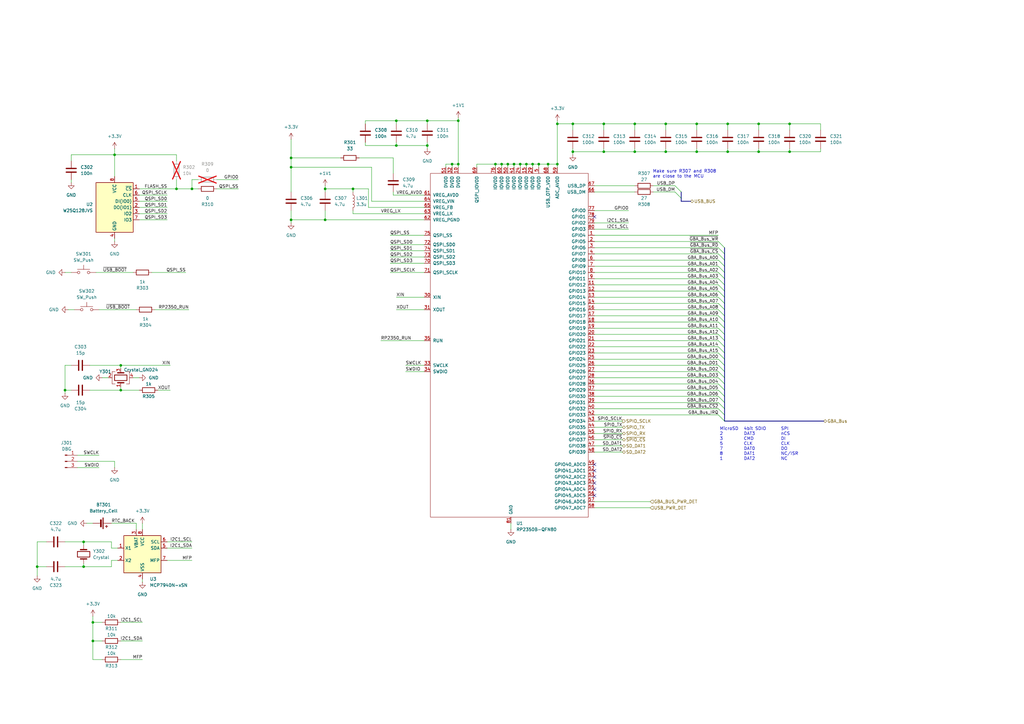
<source format=kicad_sch>
(kicad_sch (version 20231120) (generator "eeschema") (generator_version "8.0")
  (paper "A3")
  (lib_symbols
    (symbol "Connector:Conn_01x03_Pin" (pin_names (offset 1.016) hide)
      (property "Reference" "J" (at 0 5.08 0))
      (property "Value" "Conn_01x03_Pin" (at 0 -5.08 0))
      (symbol "Conn_01x03_Pin_1_1"
        (pin passive line (at 5.08 2.54 180) (length 3.81) (name "Pin_1") (number "1"))
        (pin passive line (at 5.08 0 180) (length 3.81) (name "Pin_2") (number "2"))
        (pin passive line (at 5.08 -2.54 180) (length 3.81) (name "Pin_3") (number "3"))
      )
    )
    (symbol "Device:Battery_Cell" (pin_numbers hide) (pin_names (offset 0) hide)
      (property "Reference" "BT" (at 2.54 2.54 0))
      (property "Value" "Battery_Cell" (at 2.54 0 0))
      (symbol "Battery_Cell_1_1"
        (pin passive line (at 0 5.08 270) (length 2.54) (name "+") (number "1"))
        (pin passive line (at 0 -2.54 90) (length 2.54) (name "-") (number "2"))
      )
    )
    (symbol "Device:C" (pin_numbers hide) (pin_names (offset 0.254))
      (property "Reference" "C" (at 0.635 2.54 0))
      (property "Value" "C" (at 0.635 -2.54 0))
      (symbol "C_1_1"
        (pin passive line (at 0 3.81 270) (length 2.794) (name "~") (number "1"))
        (pin passive line (at 0 -3.81 90) (length 2.794) (name "~") (number "2"))
      )
    )
    (symbol "Device:Crystal" (pin_numbers hide) (pin_names (offset 1.016) hide)
      (property "Reference" "Y" (at 0 3.81 0))
      (property "Value" "Crystal" (at 0 -3.81 0))
      (symbol "Crystal_1_1"
        (pin passive line (at -3.81 0 0) (length 1.27) (name "1") (number "1"))
        (pin passive line (at 3.81 0 180) (length 1.27) (name "2") (number "2"))
      )
    )
    (symbol "Device:Crystal_GND24" (pin_names (offset 1.016) hide)
      (property "Reference" "Y" (at 3.175 5.08 0))
      (property "Value" "Crystal_GND24" (at 3.175 3.175 0))
      (symbol "Crystal_GND24_1_1"
        (pin passive line (at -3.81 0 0) (length 1.27) (name "1") (number "1"))
        (pin passive line (at 0 5.08 270) (length 1.27) (name "2") (number "2"))
        (pin passive line (at 3.81 0 180) (length 1.27) (name "3") (number "3"))
        (pin passive line (at 0 -5.08 90) (length 1.27) (name "4") (number "4"))
      )
    )
    (symbol "Device:L" (pin_numbers hide) (pin_names (offset 1.016) hide)
      (property "Reference" "L" (at -1.27 0 90))
      (property "Value" "L" (at 1.905 0 90))
      (symbol "L_1_1"
        (pin passive line (at 0 3.81 270) (length 1.27) (name "1") (number "1"))
        (pin passive line (at 0 -3.81 90) (length 1.27) (name "2") (number "2"))
      )
    )
    (symbol "Device:R" (pin_numbers hide) (pin_names (offset 0))
      (property "Reference" "R" (at 2.032 0 90))
      (property "Value" "R" (at 0 0 90))
      (symbol "R_1_1"
        (pin passive line (at 0 3.81 270) (length 1.27) (name "~") (number "1"))
        (pin passive line (at 0 -3.81 90) (length 1.27) (name "~") (number "2"))
      )
    )
    (symbol "Memory_Flash:W25Q128JVS"
      (property "Reference" "U" (at -8.89 8.89 0))
      (property "Value" "W25Q128JVS" (at 7.62 8.89 0))
      (symbol "W25Q128JVS_1_1"
        (pin input line (at -10.16 7.62 0) (length 2.54) (name "~{CS}") (number "1"))
        (pin bidirectional line (at -10.16 0 0) (length 2.54) (name "DO(IO1)") (number "2"))
        (pin bidirectional line (at -10.16 -2.54 0) (length 2.54) (name "IO2") (number "3"))
        (pin power_in line (at 0 -12.7 90) (length 2.54) (name "GND") (number "4"))
        (pin bidirectional line (at -10.16 2.54 0) (length 2.54) (name "DI(IO0)") (number "5"))
        (pin input line (at -10.16 5.08 0) (length 2.54) (name "CLK") (number "6"))
        (pin bidirectional line (at -10.16 -5.08 0) (length 2.54) (name "IO3") (number "7"))
        (pin power_in line (at 0 12.7 270) (length 2.54) (name "VCC") (number "8"))
      )
    )
    (symbol "Switch:SW_Push" (pin_numbers hide) (pin_names (offset 1.016) hide)
      (property "Reference" "SW" (at 1.27 2.54 0))
      (property "Value" "SW_Push" (at 0 -1.524 0))
      (symbol "SW_Push_0_1"
        (pin passive line (at -5.08 0 0) (length 2.54) (name "1") (number "1"))
        (pin passive line (at 5.08 0 180) (length 2.54) (name "2") (number "2"))
      )
    )
    (symbol "Timer_RTC:MCP7940N-xSN"
      (property "Reference" "U" (at -6.35 8.89 0))
      (property "Value" "MCP7940N-xSN" (at 11.43 8.89 0))
      (symbol "MCP7940N-xSN_1_1"
        (pin input line (at 10.16 2.54 180) (length 2.54) (name "X1") (number "1"))
        (pin output line (at 10.16 -2.54 180) (length 2.54) (name "X2") (number "2"))
        (pin power_in line (at 2.54 10.16 270) (length 2.54) (name "VBAT") (number "3"))
        (pin power_in line (at 0 -10.16 90) (length 2.54) (name "VSS") (number "4"))
        (pin bidirectional line (at -10.16 2.54 0) (length 2.54) (name "SDA") (number "5"))
        (pin input line (at -10.16 5.08 0) (length 2.54) (name "SCL") (number "6"))
        (pin open_collector line (at -10.16 -2.54 0) (length 2.54) (name "MFP") (number "7"))
        (pin power_in line (at 0 10.16 270) (length 2.54) (name "VCC") (number "8"))
      )
    )
    (symbol "power:+1V1" (power) (pin_numbers hide) (pin_names (offset 0) hide)
      (property "Value" "+1V1" (at 0 3.556 0))
      (symbol "+1V1_1_1"
        (pin power_in line (at 0 0 90) (length 0) (name "~") (number "1"))
      )
    )
    (symbol "power:+3.3V" (power) (pin_numbers hide) (pin_names (offset 0) hide)
      (property "Value" "+3.3V" (at 0 3.556 0))
      (symbol "+3.3V_1_1"
        (pin power_in line (at 0 0 90) (length 0) (name "~") (number "1"))
      )
    )
    (symbol "power:GND" (power) (pin_numbers hide) (pin_names (offset 0) hide)
      (property "Value" "GND" (at 0 -3.81 0))
      (symbol "GND_1_1"
        (pin power_in line (at 0 0 270) (length 0) (name "~") (number "1"))
      )
    )
    (symbol "rp2350b-qfn80:RP2350B-QFN80" (pin_names (offset 1.016))
      (property "Reference" "U" (at 0 -1.27 0))
      (property "Value" "RP2350B-QFN80" (at 0 1.27 0))
      (symbol "RP2350B-QFN80_1_0"
        (pin passive line (at 0 -77.47 90) (length 2.54) (name "GND") (number "81"))
      )
      (symbol "RP2350B-QFN80_1_1"
        (pin bidirectional line (at 34.29 40.64 180) (length 2.54) (name "GPIO4") (number "1"))
        (pin power_in line (at -21.59 68.58 270) (length 2.54) (name "DVDD") (number "10"))
        (pin bidirectional line (at 34.29 20.32 180) (length 2.54) (name "GPIO12") (number "11"))
        (pin bidirectional line (at 34.29 17.78 180) (length 2.54) (name "GPIO13") (number "12"))
        (pin bidirectional line (at 34.29 15.24 180) (length 2.54) (name "GPIO14") (number "13"))
        (pin bidirectional line (at 34.29 12.7 180) (length 2.54) (name "GPIO15") (number "14"))
        (pin power_in line (at 6.35 68.58 270) (length 2.54) (name "IOVDD") (number "15"))
        (pin bidirectional line (at 34.29 10.16 180) (length 2.54) (name "GPIO16") (number "16"))
        (pin bidirectional line (at 34.29 7.62 180) (length 2.54) (name "GPIO17") (number "17"))
        (pin bidirectional line (at 34.29 5.08 180) (length 2.54) (name "GPIO18") (number "18"))
        (pin bidirectional line (at 34.29 2.54 180) (length 2.54) (name "GPIO19") (number "19"))
        (pin bidirectional line (at 34.29 38.1 180) (length 2.54) (name "GPIO5") (number "2"))
        (pin bidirectional line (at 34.29 0 180) (length 2.54) (name "GPIO20") (number "20"))
        (pin bidirectional line (at 34.29 -2.54 180) (length 2.54) (name "GPIO21") (number "21"))
        (pin bidirectional line (at 34.29 -5.08 180) (length 2.54) (name "GPIO22") (number "22"))
        (pin bidirectional line (at 34.29 -7.62 180) (length 2.54) (name "GPIO23") (number "23"))
        (pin power_in line (at 3.81 68.58 270) (length 2.54) (name "IOVDD") (number "24"))
        (pin bidirectional line (at 34.29 -10.16 180) (length 2.54) (name "GPIO24") (number "25"))
        (pin bidirectional line (at 34.29 -12.7 180) (length 2.54) (name "GPIO25") (number "26"))
        (pin bidirectional line (at 34.29 -15.24 180) (length 2.54) (name "GPIO26") (number "27"))
        (pin bidirectional line (at 34.29 -17.78 180) (length 2.54) (name "GPIO27") (number "28"))
        (pin power_in line (at 8.89 68.58 270) (length 2.54) (name "IOVDD") (number "29"))
        (pin bidirectional line (at 34.29 35.56 180) (length 2.54) (name "GPIO6") (number "3"))
        (pin input line (at -35.56 15.24 0) (length 2.54) (name "XIN") (number "30"))
        (pin output line (at -35.56 10.16 0) (length 2.54) (name "XOUT") (number "31"))
        (pin power_in line (at -24.13 68.58 270) (length 2.54) (name "DVDD") (number "32"))
        (pin bidirectional line (at -35.56 -12.7 0) (length 2.54) (name "SWCLK") (number "33"))
        (pin bidirectional line (at -35.56 -15.24 0) (length 2.54) (name "SWDIO") (number "34"))
        (pin input line (at -35.56 -2.54 0) (length 2.54) (name "RUN") (number "35"))
        (pin bidirectional line (at 34.29 -20.32 180) (length 2.54) (name "GPIO28") (number "36"))
        (pin bidirectional line (at 34.29 -22.86 180) (length 2.54) (name "GPIO29") (number "37"))
        (pin bidirectional line (at 34.29 -25.4 180) (length 2.54) (name "GPIO30") (number "38"))
        (pin bidirectional line (at 34.29 -27.94 180) (length 2.54) (name "GPIO31") (number "39"))
        (pin bidirectional line (at 34.29 33.02 180) (length 2.54) (name "GPIO7") (number "4"))
        (pin bidirectional line (at 34.29 -30.48 180) (length 2.54) (name "GPIO32") (number "40"))
        (pin power_in line (at 1.27 68.58 270) (length 2.54) (name "IOVDD") (number "41"))
        (pin bidirectional line (at 34.29 -33.02 180) (length 2.54) (name "GPIO33") (number "42"))
        (pin bidirectional line (at 34.29 -35.56 180) (length 2.54) (name "GPIO34") (number "43"))
        (pin bidirectional line (at 34.29 -38.1 180) (length 2.54) (name "GPIO35") (number "44"))
        (pin bidirectional line (at 34.29 -40.64 180) (length 2.54) (name "GPIO36") (number "45"))
        (pin bidirectional line (at 34.29 -43.18 180) (length 2.54) (name "GPIO37") (number "46"))
        (pin bidirectional line (at 34.29 -45.72 180) (length 2.54) (name "GPIO38") (number "47"))
        (pin bidirectional line (at 34.29 -48.26 180) (length 2.54) (name "GPIO39") (number "48"))
        (pin bidirectional line (at 34.29 -53.34 180) (length 2.54) (name "GPIO40_ADC0") (number "49"))
        (pin power_in line (at 11.43 68.58 270) (length 2.54) (name "IOVDD") (number "5"))
        (pin power_in line (at -1.27 68.58 270) (length 2.54) (name "IOVDD") (number "50"))
        (pin power_in line (at -26.67 68.58 270) (length 2.54) (name "DVDD") (number "51"))
        (pin bidirectional line (at 34.29 -55.88 180) (length 2.54) (name "GPIO41_ADC1") (number "52"))
        (pin bidirectional line (at 34.29 -58.42 180) (length 2.54) (name "GPIO42_ADC2") (number "53"))
        (pin bidirectional line (at 34.29 -60.96 180) (length 2.54) (name "GPIO43_ADC3") (number "54"))
        (pin bidirectional line (at 34.29 -63.5 180) (length 2.54) (name "GPIO44_ADC4") (number "55"))
        (pin bidirectional line (at 34.29 -66.04 180) (length 2.54) (name "GPIO45_ADC5") (number "56"))
        (pin bidirectional line (at 34.29 -68.58 180) (length 2.54) (name "GPIO46_ADC6") (number "57"))
        (pin bidirectional line (at 34.29 -71.12 180) (length 2.54) (name "GPIO47_ADC7") (number "58"))
        (pin power_in line (at 19.05 68.58 270) (length 2.54) (name "ADC_AVDD") (number "59"))
        (pin bidirectional line (at 34.29 30.48 180) (length 2.54) (name "GPIO8") (number "6"))
        (pin power_in line (at -3.81 68.58 270) (length 2.54) (name "IOVDD") (number "60"))
        (pin power_in line (at -35.56 57.15 0) (length 2.54) (name "VREG_AVDD") (number "61"))
        (pin passive line (at -35.56 46.99 0) (length 2.54) (name "VREG_PGND") (number "62"))
        (pin power_out line (at -35.56 49.53 0) (length 2.54) (name "VREG_LX") (number "63"))
        (pin power_in line (at -35.56 54.61 0) (length 2.54) (name "VREG_VIN") (number "64"))
        (pin power_in line (at -35.56 52.07 0) (length 2.54) (name "VREG_FB") (number "65"))
        (pin bidirectional line (at 34.29 58.42 180) (length 2.54) (name "USB_DM") (number "66"))
        (pin bidirectional line (at 34.29 60.96 180) (length 2.54) (name "USB_DP") (number "67"))
        (pin power_in line (at 15.24 68.58 270) (length 2.54) (name "USB_OTP_VDD") (number "68"))
        (pin bidirectional line (at -13.97 68.58 270) (length 2.54) (name "QSPI_IOVDD") (number "69"))
        (pin bidirectional line (at 34.29 27.94 180) (length 2.54) (name "GPIO9") (number "7"))
        (pin bidirectional line (at -35.56 29.21 0) (length 2.54) (name "QSPI_SD3") (number "70"))
        (pin bidirectional line (at -35.56 25.4 0) (length 2.54) (name "QSPI_SCLK") (number "71"))
        (pin bidirectional line (at -35.56 36.83 0) (length 2.54) (name "QSPI_SD0") (number "72"))
        (pin bidirectional line (at -35.56 31.75 0) (length 2.54) (name "QSPI_SD2") (number "73"))
        (pin bidirectional line (at -35.56 34.29 0) (length 2.54) (name "QSPI_SD1") (number "74"))
        (pin bidirectional line (at -35.56 40.64 0) (length 2.54) (name "QSPI_SS") (number "75"))
        (pin power_in line (at -6.35 68.58 270) (length 2.54) (name "IOVDD") (number "76"))
        (pin bidirectional line (at 34.29 50.8 180) (length 2.54) (name "GPIO0") (number "77"))
        (pin bidirectional line (at 34.29 48.26 180) (length 2.54) (name "GPIO1") (number "78"))
        (pin bidirectional line (at 34.29 45.72 180) (length 2.54) (name "GPIO2") (number "79"))
        (pin bidirectional line (at 34.29 25.4 180) (length 2.54) (name "GPIO10") (number "8"))
        (pin bidirectional line (at 34.29 43.18 180) (length 2.54) (name "GPIO3") (number "80"))
        (pin bidirectional line (at 34.29 22.86 180) (length 2.54) (name "GPIO11") (number "9"))
      )
    )
  )
  (junction (at 34.29 222.25))
  (junction (at 38.1 262.89))
  (junction (at 220.98 67.31))
  (junction (at 15.24 232.41))
  (junction (at 119.38 68.58))
  (junction (at 187.96 49.53))
  (junction (at 228.6 67.31))
  (junction (at 323.85 62.23))
  (junction (at 205.74 67.31))
  (junction (at 185.42 67.31))
  (junction (at 323.85 50.8))
  (junction (at 298.45 50.8))
  (junction (at 78.74 77.47))
  (junction (at 234.95 50.8))
  (junction (at 175.26 59.69))
  (junction (at 247.65 50.8))
  (junction (at 133.35 90.17))
  (junction (at 203.2 67.31))
  (junction (at 162.56 59.69))
  (junction (at 260.35 50.8))
  (junction (at 208.28 67.31))
  (junction (at 298.45 62.23))
  (junction (at 311.15 50.8))
  (junction (at 49.53 160.02))
  (junction (at 273.05 62.23))
  (junction (at 49.53 149.86))
  (junction (at 224.79 67.31))
  (junction (at 162.56 49.53))
  (junction (at 119.38 90.17))
  (junction (at 218.44 67.31))
  (junction (at 228.6 50.8))
  (junction (at 215.9 67.31))
  (junction (at 210.82 67.31))
  (junction (at 273.05 50.8))
  (junction (at 38.1 255.27))
  (junction (at 26.67 160.02))
  (junction (at 175.26 49.53))
  (junction (at 46.99 63.5))
  (junction (at 285.75 62.23))
  (junction (at 133.35 77.47))
  (junction (at 260.35 62.23))
  (junction (at 119.38 64.77))
  (junction (at 311.15 62.23))
  (junction (at 213.36 67.31))
  (junction (at 285.75 50.8))
  (junction (at 234.95 62.23))
  (junction (at 34.29 232.41))
  (junction (at 247.65 62.23))
  (junction (at 72.39 77.47))
  (junction (at 144.78 77.47))
  (junction (at 187.96 67.31))
  (no_connect (at 243.84 195.58))
  (no_connect (at 243.84 193.04))
  (no_connect (at 243.84 190.5))
  (no_connect (at 243.84 200.66))
  (no_connect (at 243.84 203.2))
  (no_connect (at 243.84 198.12))
  (no_connect (at 243.84 88.9))
  (bus_entry (at 294.64 162.56) (size 2.54 2.54))
  (bus_entry (at 294.64 144.78) (size 2.54 2.54))
  (bus_entry (at 294.64 124.46) (size 2.54 2.54))
  (bus_entry (at 294.64 116.84) (size 2.54 2.54))
  (bus_entry (at 294.64 142.24) (size 2.54 2.54))
  (bus_entry (at 294.64 106.68) (size 2.54 2.54))
  (bus_entry (at 294.64 165.1) (size 2.54 2.54))
  (bus_entry (at 294.64 149.86) (size 2.54 2.54))
  (bus_entry (at 294.64 121.92) (size 2.54 2.54))
  (bus_entry (at 294.64 104.14) (size 2.54 2.54))
  (bus_entry (at 294.64 147.32) (size 2.54 2.54))
  (bus_entry (at 294.64 127) (size 2.54 2.54))
  (bus_entry (at 294.64 129.54) (size 2.54 2.54))
  (bus_entry (at 294.64 167.64) (size 2.54 2.54))
  (bus_entry (at 294.64 160.02) (size 2.54 2.54))
  (bus_entry (at 294.64 99.06) (size 2.54 2.54))
  (bus_entry (at 294.64 170.18) (size 2.54 2.54))
  (bus_entry (at 276.86 78.74) (size 2.54 2.54))
  (bus_entry (at 294.64 137.16) (size 2.54 2.54))
  (bus_entry (at 294.64 109.22) (size 2.54 2.54))
  (bus_entry (at 294.64 157.48) (size 2.54 2.54))
  (bus_entry (at 294.64 139.7) (size 2.54 2.54))
  (bus_entry (at 294.64 152.4) (size 2.54 2.54))
  (bus_entry (at 294.64 132.08) (size 2.54 2.54))
  (bus_entry (at 294.64 111.76) (size 2.54 2.54))
  (bus_entry (at 276.86 76.2) (size 2.54 2.54))
  (bus_entry (at 294.64 114.3) (size 2.54 2.54))
  (bus_entry (at 294.64 101.6) (size 2.54 2.54))
  (bus_entry (at 294.64 154.94) (size 2.54 2.54))
  (bus_entry (at 294.64 134.62) (size 2.54 2.54))
  (bus_entry (at 294.64 119.38) (size 2.54 2.54))
  (bus (pts (xy 297.18 109.22) (xy 297.18 111.76)))
  (wire (pts (xy 228.6 50.8) (xy 234.95 50.8)))
  (wire (pts (xy 203.2 67.31) (xy 203.2 68.58)))
  (wire (pts (xy 156.21 139.7) (xy 173.99 139.7)))
  (wire (pts (xy 119.38 68.58) (xy 119.38 78.74)))
  (wire (pts (xy 218.44 67.31) (xy 218.44 68.58)))
  (wire (pts (xy 323.85 60.96) (xy 323.85 62.23)))
  (wire (pts (xy 46.99 60.96) (xy 46.99 63.5)))
  (wire (pts (xy 45.72 222.25) (xy 34.29 222.25)))
  (wire (pts (xy 185.42 67.31) (xy 185.42 68.58)))
  (wire (pts (xy 29.21 149.86) (xy 26.67 149.86)))
  (wire (pts (xy 161.29 78.74) (xy 161.29 80.01)))
  (wire (pts (xy 247.65 60.96) (xy 247.65 62.23)))
  (wire (pts (xy 311.15 60.96) (xy 311.15 62.23)))
  (wire (pts (xy 323.85 50.8) (xy 336.55 50.8)))
  (wire (pts (xy 26.67 160.02) (xy 26.67 161.29)))
  (wire (pts (xy 224.79 67.31) (xy 220.98 67.31)))
  (bus (pts (xy 297.18 152.4) (xy 297.18 154.94)))
  (wire (pts (xy 162.56 127) (xy 173.99 127)))
  (wire (pts (xy 234.95 50.8) (xy 234.95 53.34)))
  (wire (pts (xy 243.84 132.08) (xy 294.64 132.08)))
  (bus (pts (xy 297.18 104.14) (xy 297.18 106.68)))
  (bus (pts (xy 297.18 165.1) (xy 297.18 167.64)))
  (wire (pts (xy 311.15 50.8) (xy 311.15 53.34)))
  (wire (pts (xy 285.75 50.8) (xy 298.45 50.8)))
  (bus (pts (xy 297.18 111.76) (xy 297.18 114.3)))
  (wire (pts (xy 38.1 255.27) (xy 41.91 255.27)))
  (wire (pts (xy 46.99 63.5) (xy 46.99 72.39)))
  (wire (pts (xy 243.84 101.6) (xy 294.64 101.6)))
  (wire (pts (xy 45.72 224.79) (xy 45.72 222.25)))
  (wire (pts (xy 243.84 160.02) (xy 294.64 160.02)))
  (wire (pts (xy 69.85 149.86) (xy 49.53 149.86)))
  (wire (pts (xy 243.84 124.46) (xy 294.64 124.46)))
  (wire (pts (xy 215.9 67.31) (xy 213.36 67.31)))
  (wire (pts (xy 243.84 139.7) (xy 294.64 139.7)))
  (bus (pts (xy 297.18 127) (xy 297.18 129.54)))
  (wire (pts (xy 175.26 49.53) (xy 187.96 49.53)))
  (wire (pts (xy 243.84 109.22) (xy 294.64 109.22)))
  (wire (pts (xy 260.35 62.23) (xy 273.05 62.23)))
  (wire (pts (xy 220.98 67.31) (xy 220.98 68.58)))
  (wire (pts (xy 205.74 67.31) (xy 203.2 67.31)))
  (wire (pts (xy 38.1 270.51) (xy 38.1 262.89)))
  (wire (pts (xy 298.45 62.23) (xy 311.15 62.23)))
  (wire (pts (xy 175.26 49.53) (xy 175.26 50.8)))
  (wire (pts (xy 243.84 134.62) (xy 294.64 134.62)))
  (wire (pts (xy 243.84 208.28) (xy 266.7 208.28)))
  (wire (pts (xy 173.99 121.92) (xy 162.56 121.92)))
  (wire (pts (xy 45.72 229.87) (xy 48.26 229.87)))
  (bus (pts (xy 297.18 129.54) (xy 297.18 132.08)))
  (wire (pts (xy 45.72 232.41) (xy 45.72 229.87)))
  (wire (pts (xy 166.37 152.4) (xy 173.99 152.4)))
  (bus (pts (xy 297.18 157.48) (xy 297.18 160.02)))
  (wire (pts (xy 29.21 66.04) (xy 29.21 63.5)))
  (wire (pts (xy 57.15 90.17) (xy 68.58 90.17)))
  (wire (pts (xy 34.29 222.25) (xy 26.67 222.25)))
  (wire (pts (xy 38.1 262.89) (xy 38.1 255.27)))
  (bus (pts (xy 297.18 139.7) (xy 297.18 142.24)))
  (wire (pts (xy 285.75 50.8) (xy 285.75 53.34)))
  (wire (pts (xy 243.84 106.68) (xy 294.64 106.68)))
  (wire (pts (xy 243.84 129.54) (xy 294.64 129.54)))
  (wire (pts (xy 133.35 78.74) (xy 133.35 77.47)))
  (wire (pts (xy 26.67 149.86) (xy 26.67 160.02)))
  (wire (pts (xy 78.74 73.66) (xy 78.74 77.47)))
  (wire (pts (xy 213.36 67.31) (xy 210.82 67.31)))
  (wire (pts (xy 15.24 232.41) (xy 15.24 222.25)))
  (wire (pts (xy 162.56 49.53) (xy 175.26 49.53)))
  (wire (pts (xy 34.29 222.25) (xy 34.29 223.52)))
  (wire (pts (xy 243.84 116.84) (xy 294.64 116.84)))
  (wire (pts (xy 210.82 67.31) (xy 210.82 68.58)))
  (wire (pts (xy 182.88 68.58) (xy 182.88 67.31)))
  (wire (pts (xy 243.84 114.3) (xy 294.64 114.3)))
  (wire (pts (xy 54.61 154.94) (xy 57.15 154.94)))
  (wire (pts (xy 34.29 232.41) (xy 45.72 232.41)))
  (wire (pts (xy 267.97 78.74) (xy 276.86 78.74)))
  (wire (pts (xy 208.28 67.31) (xy 208.28 68.58)))
  (wire (pts (xy 243.84 111.76) (xy 294.64 111.76)))
  (wire (pts (xy 144.78 78.74) (xy 144.78 77.47)))
  (wire (pts (xy 247.65 50.8) (xy 260.35 50.8)))
  (wire (pts (xy 49.53 158.75) (xy 49.53 160.02)))
  (wire (pts (xy 195.58 68.58) (xy 195.58 67.31)))
  (wire (pts (xy 336.55 60.96) (xy 336.55 62.23)))
  (wire (pts (xy 243.84 157.48) (xy 294.64 157.48)))
  (wire (pts (xy 160.02 105.41) (xy 173.99 105.41)))
  (wire (pts (xy 119.38 90.17) (xy 119.38 91.44)))
  (wire (pts (xy 41.91 154.94) (xy 44.45 154.94)))
  (wire (pts (xy 234.95 62.23) (xy 247.65 62.23)))
  (wire (pts (xy 36.83 160.02) (xy 49.53 160.02)))
  (wire (pts (xy 88.9 77.47) (xy 97.79 77.47)))
  (wire (pts (xy 68.58 229.87) (xy 78.74 229.87)))
  (wire (pts (xy 209.55 214.63) (xy 209.55 217.17)))
  (wire (pts (xy 26.67 160.02) (xy 29.21 160.02)))
  (wire (pts (xy 133.35 76.2) (xy 133.35 77.47)))
  (wire (pts (xy 133.35 77.47) (xy 144.78 77.47)))
  (wire (pts (xy 298.45 50.8) (xy 298.45 53.34)))
  (wire (pts (xy 243.84 167.64) (xy 294.64 167.64)))
  (wire (pts (xy 29.21 111.76) (xy 26.67 111.76)))
  (wire (pts (xy 243.84 154.94) (xy 294.64 154.94)))
  (wire (pts (xy 58.42 214.63) (xy 58.42 217.17)))
  (wire (pts (xy 243.84 162.56) (xy 294.64 162.56)))
  (wire (pts (xy 185.42 67.31) (xy 187.96 67.31)))
  (wire (pts (xy 243.84 137.16) (xy 294.64 137.16)))
  (wire (pts (xy 160.02 111.76) (xy 173.99 111.76)))
  (wire (pts (xy 31.75 189.23) (xy 46.99 189.23)))
  (wire (pts (xy 144.78 87.63) (xy 144.78 86.36)))
  (bus (pts (xy 283.21 82.55) (xy 279.4 82.55)))
  (bus (pts (xy 297.18 170.18) (xy 297.18 172.72)))
  (wire (pts (xy 182.88 67.31) (xy 185.42 67.31)))
  (wire (pts (xy 243.84 99.06) (xy 294.64 99.06)))
  (wire (pts (xy 243.84 127) (xy 294.64 127)))
  (wire (pts (xy 151.13 85.09) (xy 173.99 85.09)))
  (wire (pts (xy 243.84 93.98) (xy 257.81 93.98)))
  (wire (pts (xy 260.35 50.8) (xy 260.35 53.34)))
  (wire (pts (xy 41.91 270.51) (xy 38.1 270.51)))
  (wire (pts (xy 152.4 68.58) (xy 119.38 68.58)))
  (wire (pts (xy 55.88 127) (xy 40.64 127)))
  (wire (pts (xy 38.1 262.89) (xy 41.91 262.89)))
  (bus (pts (xy 297.18 134.62) (xy 297.18 137.16)))
  (wire (pts (xy 48.26 224.79) (xy 45.72 224.79)))
  (wire (pts (xy 220.98 67.31) (xy 218.44 67.31)))
  (wire (pts (xy 78.74 77.47) (xy 81.28 77.47)))
  (wire (pts (xy 68.58 222.25) (xy 78.74 222.25)))
  (wire (pts (xy 15.24 222.25) (xy 19.05 222.25)))
  (wire (pts (xy 243.84 182.88) (xy 255.27 182.88)))
  (wire (pts (xy 173.99 107.95) (xy 160.02 107.95)))
  (wire (pts (xy 57.15 87.63) (xy 68.58 87.63)))
  (wire (pts (xy 273.05 62.23) (xy 285.75 62.23)))
  (wire (pts (xy 234.95 50.8) (xy 247.65 50.8)))
  (wire (pts (xy 54.61 111.76) (xy 39.37 111.76)))
  (wire (pts (xy 77.47 127) (xy 63.5 127)))
  (bus (pts (xy 297.18 144.78) (xy 297.18 147.32)))
  (wire (pts (xy 88.9 73.66) (xy 97.79 73.66)))
  (wire (pts (xy 72.39 77.47) (xy 78.74 77.47)))
  (bus (pts (xy 297.18 121.92) (xy 297.18 124.46)))
  (bus (pts (xy 297.18 149.86) (xy 297.18 152.4)))
  (wire (pts (xy 243.84 96.52) (xy 294.64 96.52)))
  (wire (pts (xy 81.28 73.66) (xy 78.74 73.66)))
  (wire (pts (xy 149.86 58.42) (xy 149.86 59.69)))
  (wire (pts (xy 243.84 147.32) (xy 294.64 147.32)))
  (wire (pts (xy 273.05 53.34) (xy 273.05 50.8)))
  (wire (pts (xy 160.02 96.52) (xy 173.99 96.52)))
  (wire (pts (xy 243.84 121.92) (xy 294.64 121.92)))
  (wire (pts (xy 161.29 80.01) (xy 173.99 80.01)))
  (wire (pts (xy 285.75 62.23) (xy 298.45 62.23)))
  (bus (pts (xy 297.18 106.68) (xy 297.18 109.22)))
  (wire (pts (xy 213.36 67.31) (xy 213.36 68.58)))
  (bus (pts (xy 297.18 162.56) (xy 297.18 165.1)))
  (wire (pts (xy 57.15 82.55) (xy 68.58 82.55)))
  (wire (pts (xy 267.97 76.2) (xy 276.86 76.2)))
  (wire (pts (xy 46.99 189.23) (xy 46.99 191.77)))
  (wire (pts (xy 119.38 90.17) (xy 133.35 90.17)))
  (wire (pts (xy 160.02 102.87) (xy 173.99 102.87)))
  (wire (pts (xy 228.6 68.58) (xy 228.6 67.31)))
  (wire (pts (xy 247.65 50.8) (xy 247.65 53.34)))
  (wire (pts (xy 15.24 232.41) (xy 19.05 232.41)))
  (wire (pts (xy 234.95 62.23) (xy 234.95 63.5)))
  (wire (pts (xy 160.02 100.33) (xy 173.99 100.33)))
  (wire (pts (xy 243.84 91.44) (xy 257.81 91.44)))
  (wire (pts (xy 76.2 111.76) (xy 62.23 111.76)))
  (wire (pts (xy 243.84 205.74) (xy 266.7 205.74)))
  (bus (pts (xy 297.18 132.08) (xy 297.18 134.62)))
  (bus (pts (xy 297.18 172.72) (xy 337.82 172.72)))
  (wire (pts (xy 173.99 82.55) (xy 152.4 82.55)))
  (wire (pts (xy 133.35 90.17) (xy 173.99 90.17)))
  (wire (pts (xy 228.6 49.53) (xy 228.6 50.8)))
  (wire (pts (xy 119.38 86.36) (xy 119.38 90.17)))
  (wire (pts (xy 298.45 50.8) (xy 311.15 50.8)))
  (wire (pts (xy 260.35 60.96) (xy 260.35 62.23)))
  (wire (pts (xy 68.58 224.79) (xy 78.74 224.79)))
  (wire (pts (xy 162.56 58.42) (xy 162.56 59.69)))
  (wire (pts (xy 26.67 232.41) (xy 34.29 232.41)))
  (wire (pts (xy 49.53 255.27) (xy 58.42 255.27)))
  (wire (pts (xy 243.84 172.72) (xy 255.27 172.72)))
  (wire (pts (xy 243.84 78.74) (xy 260.35 78.74)))
  (wire (pts (xy 149.86 49.53) (xy 162.56 49.53)))
  (wire (pts (xy 139.7 64.77) (xy 119.38 64.77)))
  (bus (pts (xy 297.18 119.38) (xy 297.18 121.92)))
  (wire (pts (xy 243.84 170.18) (xy 294.64 170.18)))
  (bus (pts (xy 279.4 78.74) (xy 279.4 81.28)))
  (wire (pts (xy 34.29 231.14) (xy 34.29 232.41)))
  (bus (pts (xy 297.18 160.02) (xy 297.18 162.56)))
  (wire (pts (xy 55.88 217.17) (xy 55.88 214.63)))
  (wire (pts (xy 243.84 180.34) (xy 255.27 180.34)))
  (wire (pts (xy 210.82 67.31) (xy 208.28 67.31)))
  (wire (pts (xy 243.84 149.86) (xy 294.64 149.86)))
  (bus (pts (xy 279.4 81.28) (xy 279.4 82.55)))
  (wire (pts (xy 175.26 59.69) (xy 175.26 60.96)))
  (wire (pts (xy 323.85 62.23) (xy 336.55 62.23)))
  (wire (pts (xy 161.29 64.77) (xy 161.29 71.12)))
  (wire (pts (xy 49.53 149.86) (xy 49.53 151.13)))
  (wire (pts (xy 55.88 214.63) (xy 45.72 214.63)))
  (wire (pts (xy 119.38 64.77) (xy 119.38 68.58)))
  (bus (pts (xy 297.18 137.16) (xy 297.18 139.7)))
  (wire (pts (xy 243.84 142.24) (xy 294.64 142.24)))
  (wire (pts (xy 243.84 104.14) (xy 294.64 104.14)))
  (bus (pts (xy 297.18 142.24) (xy 297.18 144.78)))
  (wire (pts (xy 247.65 62.23) (xy 260.35 62.23)))
  (wire (pts (xy 243.84 144.78) (xy 294.64 144.78)))
  (wire (pts (xy 215.9 67.31) (xy 215.9 68.58)))
  (wire (pts (xy 30.48 127) (xy 27.94 127)))
  (wire (pts (xy 149.86 50.8) (xy 149.86 49.53)))
  (bus (pts (xy 297.18 101.6) (xy 297.18 104.14)))
  (wire (pts (xy 38.1 255.27) (xy 38.1 252.73)))
  (wire (pts (xy 64.77 160.02) (xy 69.85 160.02)))
  (wire (pts (xy 311.15 62.23) (xy 323.85 62.23)))
  (wire (pts (xy 119.38 57.15) (xy 119.38 64.77)))
  (wire (pts (xy 49.53 160.02) (xy 57.15 160.02)))
  (wire (pts (xy 162.56 59.69) (xy 175.26 59.69)))
  (wire (pts (xy 49.53 270.51) (xy 58.42 270.51)))
  (wire (pts (xy 260.35 50.8) (xy 273.05 50.8)))
  (wire (pts (xy 29.21 63.5) (xy 46.99 63.5)))
  (wire (pts (xy 151.13 77.47) (xy 151.13 85.09)))
  (wire (pts (xy 31.75 191.77) (xy 40.64 191.77)))
  (wire (pts (xy 336.55 50.8) (xy 336.55 53.34)))
  (wire (pts (xy 218.44 67.31) (xy 215.9 67.31)))
  (wire (pts (xy 228.6 67.31) (xy 228.6 50.8)))
  (wire (pts (xy 152.4 82.55) (xy 152.4 68.58)))
  (wire (pts (xy 31.75 186.69) (xy 40.64 186.69)))
  (wire (pts (xy 72.39 73.66) (xy 72.39 77.47)))
  (wire (pts (xy 72.39 66.04) (xy 72.39 63.5)))
  (wire (pts (xy 311.15 50.8) (xy 323.85 50.8)))
  (bus (pts (xy 297.18 147.32) (xy 297.18 149.86)))
  (wire (pts (xy 243.84 76.2) (xy 260.35 76.2)))
  (bus (pts (xy 297.18 154.94) (xy 297.18 157.48)))
  (wire (pts (xy 162.56 49.53) (xy 162.56 50.8)))
  (wire (pts (xy 234.95 60.96) (xy 234.95 62.23)))
  (wire (pts (xy 205.74 67.31) (xy 205.74 68.58)))
  (wire (pts (xy 35.56 214.63) (xy 38.1 214.63)))
  (wire (pts (xy 175.26 58.42) (xy 175.26 59.69)))
  (wire (pts (xy 187.96 49.53) (xy 187.96 67.31)))
  (wire (pts (xy 57.15 77.47) (xy 72.39 77.47)))
  (wire (pts (xy 243.84 185.42) (xy 255.27 185.42)))
  (wire (pts (xy 243.84 177.8) (xy 255.27 177.8)))
  (wire (pts (xy 298.45 60.96) (xy 298.45 62.23)))
  (wire (pts (xy 36.83 149.86) (xy 49.53 149.86)))
  (wire (pts (xy 285.75 60.96) (xy 285.75 62.23)))
  (wire (pts (xy 166.37 149.86) (xy 173.99 149.86)))
  (wire (pts (xy 173.99 87.63) (xy 144.78 87.63)))
  (wire (pts (xy 133.35 86.36) (xy 133.35 90.17)))
  (bus (pts (xy 297.18 167.64) (xy 297.18 170.18)))
  (wire (pts (xy 273.05 60.96) (xy 273.05 62.23)))
  (bus (pts (xy 297.18 124.46) (xy 297.18 127)))
  (wire (pts (xy 323.85 50.8) (xy 323.85 53.34)))
  (wire (pts (xy 187.96 67.31) (xy 187.96 68.58)))
  (wire (pts (xy 208.28 67.31) (xy 205.74 67.31)))
  (wire (pts (xy 72.39 63.5) (xy 46.99 63.5)))
  (wire (pts (xy 243.84 152.4) (xy 294.64 152.4)))
  (wire (pts (xy 147.32 64.77) (xy 161.29 64.77)))
  (wire (pts (xy 149.86 59.69) (xy 162.56 59.69)))
  (wire (pts (xy 228.6 67.31) (xy 224.79 67.31)))
  (bus (pts (xy 297.18 114.3) (xy 297.18 116.84)))
  (wire (pts (xy 187.96 48.26) (xy 187.96 49.53)))
  (wire (pts (xy 224.79 67.31) (xy 224.79 68.58)))
  (wire (pts (xy 243.84 119.38) (xy 294.64 119.38)))
  (wire (pts (xy 195.58 67.31) (xy 203.2 67.31)))
  (wire (pts (xy 57.15 80.01) (xy 68.58 80.01)))
  (wire (pts (xy 49.53 262.89) (xy 58.42 262.89)))
  (wire (pts (xy 57.15 85.09) (xy 68.58 85.09)))
  (wire (pts (xy 29.21 73.66) (xy 29.21 74.93)))
  (wire (pts (xy 58.42 237.49) (xy 58.42 238.76)))
  (wire (pts (xy 46.99 97.79) (xy 46.99 99.06)))
  (wire (pts (xy 243.84 86.36) (xy 257.81 86.36)))
  (wire (pts (xy 144.78 77.47) (xy 151.13 77.47)))
  (bus (pts (xy 297.18 116.84) (xy 297.18 119.38)))
  (wire (pts (xy 243.84 175.26) (xy 255.27 175.26)))
  (wire (pts (xy 15.24 236.22) (xy 15.24 232.41)))
  (wire (pts (xy 243.84 165.1) (xy 294.64 165.1)))
  (wire (pts (xy 273.05 50.8) (xy 285.75 50.8)))
  (text "Make sure R307 and R308\nare close to the MCU\n" (at 267.716 73.152 0) (effects (font (size 1.27 1.27)) (justify left bottom)))
  (text "MicroSD	4bit SDIO	SPI\n2		DAT3		nCS\n3		CMD			DI\n5		CLK			CLK\n7		DAT0		DO\n8		DAT1		NC/ISR\n1		DAT2		NC" (at 295.148 188.976 0) (effects (font (size 1.27 1.27)) (justify left bottom)))
  (label "GBA_Bus_A00" (at 294.64 106.68 180))
  (label "QSPI_SCLK" (at 160.02 111.76 0))
  (label "QSPI_SS" (at 160.02 96.52 0))
  (label "~{GBA_Bus_RD}" (at 294.64 101.6 180))
  (label "USB_DM" (at 276.86 78.74 180))
  (label "GBA_Bus_A11" (at 294.64 134.62 180))
  (label "QSPI_SD2" (at 68.58 87.63 180))
  (label "~{GBA_Bus_CS}" (at 294.64 104.14 180))
  (label "GBA_Bus_A01" (at 294.64 109.22 180))
  (label "GBA_Bus_A07" (at 294.64 124.46 180))
  (label "GBA_Bus_A12" (at 294.64 137.16 180))
  (label "GBA_Bus_A02" (at 294.64 111.76 180))
  (label "GBA_Bus_A15" (at 294.64 144.78 180))
  (label "I2C1_SDA" (at 78.74 224.79 180))
  (label "MFP" (at 58.42 270.51 180))
  (label "~{USB_BOOT}" (at 53.34 127 180))
  (label "RP2350_RUN" (at 77.47 127 180))
  (label "GBA_Bus_D01" (at 294.64 149.86 180))
  (label "MFP" (at 78.74 229.87 180))
  (label "I2C1_SCL" (at 257.81 93.98 180))
  (label "GBA_Bus_D06" (at 294.64 162.56 180))
  (label "SD_DAT2" (at 255.27 185.42 180))
  (label "QSPI_SS" (at 76.2 111.76 180))
  (label "GBA_Bus_D05" (at 294.64 160.02 180))
  (label "RP2350_RUN" (at 156.21 139.7 0))
  (label "I2C1_SCL" (at 58.42 255.27 180))
  (label "USB_DP" (at 276.86 76.2 180))
  (label "SPI0_RX" (at 255.27 177.8 180))
  (label "XIN" (at 69.85 149.86 180))
  (label "QSPI_SD3" (at 160.02 107.95 0))
  (label "SWDIO" (at 166.37 152.4 0))
  (label "~{GBA_Bus_WR}" (at 294.64 99.06 180))
  (label "XOUT" (at 162.56 127 0))
  (label "SWCLK" (at 166.37 149.86 0))
  (label "GBA_Bus_A05" (at 294.64 119.38 180))
  (label "VREG_LX" (at 156.21 87.63 0))
  (label "XOUT" (at 69.85 160.02 180))
  (label "QSPI_SS" (at 97.79 77.47 180))
  (label "GBA_Bus_D00" (at 294.64 147.32 180))
  (label "I2C1_SCL" (at 78.74 222.25 180))
  (label "QSPI_SD1" (at 160.02 102.87 0))
  (label "FLASH_SS" (at 68.58 77.47 180))
  (label "GBA_Bus_D07" (at 294.64 165.1 180))
  (label "GBA_Bus_A13" (at 294.64 139.7 180))
  (label "QSPI_SCLK" (at 68.58 80.01 180))
  (label "QSPI_SD0" (at 68.58 82.55 180))
  (label "I2C1_SDA" (at 58.42 262.89 180))
  (label "GBA_Bus_D04" (at 294.64 157.48 180))
  (label "QSPI_SD2" (at 160.02 105.41 0))
  (label "GPIO0" (at 257.81 86.36 180))
  (label "GBA_Bus_A09" (at 294.64 129.54 180))
  (label "QSPI_SD1" (at 68.58 85.09 180))
  (label "SPI0_SCLK" (at 255.27 172.72 180))
  (label "XIN" (at 162.56 121.92 0))
  (label "SD_DAT1" (at 255.27 182.88 180))
  (label "SWDIO" (at 40.64 191.77 180))
  (label "QSPI_SD3" (at 68.58 90.17 180))
  (label "SPI0_TX" (at 255.27 175.26 180))
  (label "~{GBA_Bus_CS2}" (at 294.64 167.64 180))
  (label "GBA_Bus_A08" (at 294.64 127 180))
  (label "RTC_BACK" (at 45.72 214.63 0))
  (label "GBA_Bus_IRQ" (at 294.64 170.18 180))
  (label "SWCLK" (at 40.64 186.69 180))
  (label "GBA_Bus_A04" (at 294.64 116.84 180))
  (label "GBA_Bus_A10" (at 294.64 132.08 180))
  (label "GBA_Bus_A06" (at 294.64 121.92 180))
  (label "~{USB_BOOT}" (at 52.07 111.76 180))
  (label "GBA_Bus_D02" (at 294.64 152.4 180))
  (label "QSPI_SD0" (at 160.02 100.33 0))
  (label "GBA_Bus_A03" (at 294.64 114.3 180))
  (label "GBA_Bus_D03" (at 294.64 154.94 180))
  (label "~{SPI0_CS}" (at 255.27 180.34 180))
  (label "GPIO0" (at 97.79 73.66 180))
  (label "I2C1_SDA" (at 257.81 91.44 180))
  (label "VREG_AVDD" (at 162.56 80.01 0))
  (label "MFP" (at 294.64 96.52 180))
  (label "GBA_Bus_A14" (at 294.64 142.24 180))
  (hierarchical_label "SPIO_RX" (shape bidirectional) (at 255.27 177.8 0))
  (hierarchical_label "USB_PWR_DET" (shape input) (at 266.7 208.28 0))
  (hierarchical_label "GBA_BUS_PWR_DET" (shape input) (at 266.7 205.74 0))
  (hierarchical_label "USB_BUS" (shape bidirectional) (at 283.21 82.55 0))
  (hierarchical_label "SPIO_TX" (shape bidirectional) (at 255.27 175.26 0))
  (hierarchical_label "SPIO_SCLK" (shape output) (at 255.27 172.72 0))
  (hierarchical_label "SD_DAT2" (shape bidirectional) (at 255.27 185.42 0))
  (hierarchical_label "GBA_Bus" (shape bidirectional) (at 337.82 172.72 0))
  (hierarchical_label "~{SPIO_CS}" (shape bidirectional) (at 255.27 180.34 0))
  (hierarchical_label "SD_DAT1" (shape bidirectional) (at 255.27 182.88 0))
  (symbol (lib_id "Device:R") (at 45.72 270.51 270) (mirror x) (unit 1)
    (property "Reference" "R313" (at 45.72 273.05 90))
    (property "Value" "10k" (at 45.72 267.97 90))
    (property "Footprint" "Resistor_SMD:R_0402_1005Metric" (effects (hide yes)))
    (property "Description" "Resistor" (effects (hide yes)))
  )
  (symbol (lib_id "Device:R") (at 72.39 69.85 0) (unit 1) (in_bom no) (dnp yes)
    (property "Reference" "R302" (at 74.93 68.5799 0) (effects (justify left)))
    (property "Value" "10k" (at 74.93 71.1199 0) (effects (justify left)))
    (property "Footprint" "Resistor_SMD:R_0402_1005Metric" (effects (hide yes)))
    (property "Description" "Resistor" (effects (hide yes)))
  )
  (symbol (lib_id "Device:C") (at 29.21 69.85 0) (unit 1)
    (property "Reference" "C302" (at 33.02 68.5799 0) (effects (justify left)))
    (property "Value" "100n" (at 33.02 71.1199 0) (effects (justify left)))
    (property "Footprint" "Capacitor_SMD:C_0402_1005Metric" (effects (hide yes)))
    (property "Description" "Unpolarized capacitor" (effects (hide yes)))
  )
  (symbol (lib_id "power:GND") (at 15.24 236.22 0) (unit 1)
    (property "Reference" "#PWR027" (effects (hide yes)))
    (property "Value" "GND" (at 15.24 241.3 0))
    (property "Description" "Power symbol creates a global label with name \"GND\" , ground" (effects (hide yes)))
  )
  (symbol (lib_id "Device:C") (at 285.75 57.15 0) (unit 1)
    (property "Reference" "C316" (at 289.56 55.8799 0) (effects (justify left)))
    (property "Value" "100n" (at 289.56 58.4199 0) (effects (justify left)))
    (property "Footprint" "Capacitor_SMD:C_0402_1005Metric" (effects (hide yes)))
    (property "Description" "Unpolarized capacitor" (effects (hide yes)))
  )
  (symbol (lib_id "Device:C") (at 234.95 57.15 0) (unit 1)
    (property "Reference" "C312" (at 238.76 55.8799 0) (effects (justify left)))
    (property "Value" "100n" (at 238.76 58.4199 0) (effects (justify left)))
    (property "Footprint" "Capacitor_SMD:C_0402_1005Metric" (effects (hide yes)))
    (property "Description" "Unpolarized capacitor" (effects (hide yes)))
  )
  (symbol (lib_id "Device:R") (at 59.69 127 90) (unit 1)
    (property "Reference" "R304" (at 59.69 133.35 90))
    (property "Value" "1k" (at 59.69 130.81 90))
    (property "Footprint" "Resistor_SMD:R_0402_1005Metric" (effects (hide yes)))
    (property "Description" "Resistor" (effects (hide yes)))
  )
  (symbol (lib_id "Connector:Conn_01x03_Pin") (at 26.67 189.23 0) (unit 1)
    (property "Reference" "J301" (at 27.305 181.61 0))
    (property "Value" "DBG" (at 27.305 184.15 0))
    (property "Footprint" "Connector_PinHeader_1.27mm:PinHeader_1x03_P1.27mm_Vertical" (effects (hide yes)))
    (property "Description" "Generic connector, single row, 01x03, script generated" (effects (hide yes)))
  )
  (symbol (lib_id "Device:C") (at 336.55 57.15 0) (unit 1)
    (property "Reference" "C321" (at 340.36 55.8799 0) (effects (justify left)))
    (property "Value" "100n" (at 340.36 58.4199 0) (effects (justify left)))
    (property "Footprint" "Capacitor_SMD:C_0402_1005Metric" (effects (hide yes)))
    (property "Description" "Unpolarized capacitor" (effects (hide yes)))
  )
  (symbol (lib_id "power:GND") (at 41.91 154.94 270) (unit 1)
    (property "Reference" "#PWR020" (effects (hide yes)))
    (property "Value" "GND" (at 38.1 154.9399 90) (effects (justify right)))
    (property "Description" "Power symbol creates a global label with name \"GND\" , ground" (effects (hide yes)))
  )
  (symbol (lib_id "Device:R") (at 45.72 255.27 270) (mirror x) (unit 1)
    (property "Reference" "R311" (at 45.72 257.81 90))
    (property "Value" "10k" (at 45.72 252.73 90))
    (property "Footprint" "Resistor_SMD:R_0402_1005Metric" (effects (hide yes)))
    (property "Description" "Resistor" (effects (hide yes)))
  )
  (symbol (lib_id "Device:C") (at 311.15 57.15 0) (unit 1)
    (property "Reference" "C318" (at 314.96 55.8799 0) (effects (justify left)))
    (property "Value" "100n" (at 314.96 58.4199 0) (effects (justify left)))
    (property "Footprint" "Capacitor_SMD:C_0402_1005Metric" (effects (hide yes)))
    (property "Description" "Unpolarized capacitor" (effects (hide yes)))
  )
  (symbol (lib_id "Device:Crystal") (at 34.29 227.33 90) (unit 1)
    (property "Reference" "Y302" (at 38.1 226.0599 90) (effects (justify right)))
    (property "Value" "Crystal" (at 38.1 228.5999 90) (effects (justify right)))
    (property "Description" "Two pin crystal" (effects (hide yes)))
  )
  (symbol (lib_id "Device:C") (at 161.29 74.93 0) (unit 1)
    (property "Reference" "C309" (at 165.1 73.6599 0) (effects (justify left)))
    (property "Value" "4.7u" (at 165.1 76.1999 0) (effects (justify left)))
    (property "Footprint" "Capacitor_SMD:C_0402_1005Metric" (effects (hide yes)))
    (property "Description" "Unpolarized capacitor" (effects (hide yes)))
  )
  (symbol (lib_id "Device:R") (at 85.09 77.47 270) (mirror x) (unit 1)
    (property "Reference" "R310" (at 85.09 83.82 90))
    (property "Value" "0" (at 85.09 81.28 90))
    (property "Footprint" "Resistor_SMD:R_0402_1005Metric" (effects (hide yes)))
    (property "Description" "Resistor" (effects (hide yes)))
  )
  (symbol (lib_id "power:+3.3V") (at 228.6 49.53 0) (unit 1)
    (property "Reference" "#PWR012" (effects (hide yes)))
    (property "Value" "+3.3V" (at 228.6 44.45 0))
    (property "Description" "Power symbol creates a global label with name \"+3.3V\"" (effects (hide yes)))
  )
  (symbol (lib_id "power:GND") (at 234.95 63.5 0) (unit 1)
    (property "Reference" "#PWR013" (effects (hide yes)))
    (property "Value" "GND" (at 234.95 68.58 0))
    (property "Description" "Power symbol creates a global label with name \"GND\" , ground" (effects (hide yes)))
  )
  (symbol (lib_id "rp2350b-qfn80:RP2350B-QFN80") (at 209.55 137.16 0) (unit 1)
    (property "Reference" "U1" (at 211.7441 214.63 0) (effects (justify left)))
    (property "Value" "RP2350B-QFN80" (at 211.7441 217.17 0) (effects (justify left)))
    (property "Footprint" "RP2350_KiCad:RP2350B_QFN-80_EP_10.573x10.573_Pitch0.4mm" (effects (hide yes)))
  )
  (symbol (lib_id "Device:C") (at 273.05 57.15 0) (unit 1)
    (property "Reference" "C315" (at 276.86 55.8799 0) (effects (justify left)))
    (property "Value" "100n" (at 276.86 58.4199 0) (effects (justify left)))
    (property "Footprint" "Capacitor_SMD:C_0402_1005Metric" (effects (hide yes)))
    (property "Description" "Unpolarized capacitor" (effects (hide yes)))
  )
  (symbol (lib_id "Device:C") (at 133.35 82.55 0) (unit 1)
    (property "Reference" "C307" (at 137.16 81.2799 0) (effects (justify left)))
    (property "Value" "4.7u" (at 137.16 83.8199 0) (effects (justify left)))
    (property "Footprint" "Capacitor_SMD:C_0402_1005Metric" (effects (hide yes)))
    (property "Description" "Unpolarized capacitor" (effects (hide yes)))
  )
  (symbol (lib_id "power:GND") (at 26.67 111.76 270) (mirror x) (unit 1)
    (property "Reference" "#PWR017" (effects (hide yes)))
    (property "Value" "GND" (at 22.86 111.7599 90) (effects (justify right)))
    (property "Description" "Power symbol creates a global label with name \"GND\" , ground" (effects (hide yes)))
  )
  (symbol (lib_id "power:GND") (at 26.67 161.29 0) (unit 1)
    (property "Reference" "#PWR019" (effects (hide yes)))
    (property "Value" "GND" (at 26.67 166.37 0))
    (property "Description" "Power symbol creates a global label with name \"GND\" , ground" (effects (hide yes)))
  )
  (symbol (lib_id "Device:Battery_Cell") (at 40.64 214.63 270) (unit 1)
    (property "Reference" "BT301" (at 42.4815 207.01 90))
    (property "Value" "Battery_Cell" (at 42.4815 209.55 90))
    (property "Description" "Single-cell battery" (effects (hide yes)))
  )
  (symbol (lib_id "Device:C") (at 323.85 57.15 0) (unit 1)
    (property "Reference" "C320" (at 327.66 55.8799 0) (effects (justify left)))
    (property "Value" "100n" (at 327.66 58.4199 0) (effects (justify left)))
    (property "Footprint" "Capacitor_SMD:C_0402_1005Metric" (effects (hide yes)))
    (property "Description" "Unpolarized capacitor" (effects (hide yes)))
  )
  (symbol (lib_id "power:+1V1") (at 187.96 48.26 0) (unit 1)
    (property "Reference" "#PWR011" (effects (hide yes)))
    (property "Value" "+1V1" (at 187.96 43.18 0))
    (property "Description" "Power symbol creates a global label with name \"+1V1\"" (effects (hide yes)))
  )
  (symbol (lib_id "power:+3.3V") (at 38.1 252.73 0) (unit 1)
    (property "Reference" "#PWR024" (effects (hide yes)))
    (property "Value" "+3.3V" (at 38.1 247.65 0))
    (property "Description" "Power symbol creates a global label with name \"+3.3V\"" (effects (hide yes)))
  )
  (symbol (lib_id "Switch:SW_Push") (at 34.29 111.76 0) (mirror y) (unit 1)
    (property "Reference" "SW301" (at 34.29 104.14 0))
    (property "Value" "SW_Push" (at 34.29 106.68 0))
    (property "Description" "Push button switch, generic, two pins" (effects (hide yes)))
  )
  (symbol (lib_id "power:GND") (at 29.21 74.93 0) (unit 1)
    (property "Reference" "#PWR014" (effects (hide yes)))
    (property "Value" "GND" (at 29.21 80.01 0))
    (property "Description" "Power symbol creates a global label with name \"GND\" , ground" (effects (hide yes)))
  )
  (symbol (lib_id "power:+3.3V") (at 46.99 60.96 0) (unit 1)
    (property "Reference" "#PWR08" (effects (hide yes)))
    (property "Value" "+3.3V" (at 46.99 55.88 0))
    (property "Description" "Power symbol creates a global label with name \"+3.3V\"" (effects (hide yes)))
  )
  (symbol (lib_id "power:+3.3V") (at 119.38 57.15 0) (unit 1)
    (property "Reference" "#PWR029" (effects (hide yes)))
    (property "Value" "+3.3V" (at 119.38 52.07 0))
    (property "Description" "Power symbol creates a global label with name \"+3.3V\"" (effects (hide yes)))
  )
  (symbol (lib_id "power:+1V1") (at 133.35 76.2 0) (unit 1)
    (property "Reference" "#PWR07" (effects (hide yes)))
    (property "Value" "+1V1" (at 133.35 71.12 0))
    (property "Description" "Power symbol creates a global label with name \"+1V1\"" (effects (hide yes)))
  )
  (symbol (lib_id "Device:R") (at 143.51 64.77 90) (unit 1)
    (property "Reference" "R301" (at 143.51 58.42 90))
    (property "Value" "33" (at 143.51 60.96 90))
    (property "Footprint" "Resistor_SMD:R_0402_1005Metric" (effects (hide yes)))
    (property "Description" "Resistor" (effects (hide yes)))
  )
  (symbol (lib_id "power:GND") (at 46.99 99.06 0) (unit 1)
    (property "Reference" "#PWR015" (effects (hide yes)))
    (property "Value" "GND" (at 46.99 104.14 0))
    (property "Description" "Power symbol creates a global label with name \"GND\" , ground" (effects (hide yes)))
  )
  (symbol (lib_id "power:GND") (at 209.55 217.17 0) (unit 1)
    (property "Reference" "#PWR022" (effects (hide yes)))
    (property "Value" "GND" (at 209.55 222.25 0))
    (property "Description" "Power symbol creates a global label with name \"GND\" , ground" (effects (hide yes)))
  )
  (symbol (lib_id "Device:R") (at 264.16 78.74 90) (mirror x) (unit 1)
    (property "Reference" "R308" (at 264.16 83.82 90))
    (property "Value" "27" (at 264.16 81.28 90))
    (property "Footprint" "Resistor_SMD:R_0402_1005Metric" (effects (hide yes)))
    (property "Description" "Resistor" (effects (hide yes)))
  )
  (symbol (lib_id "Device:R") (at 60.96 160.02 270) (mirror x) (unit 1)
    (property "Reference" "R305" (at 60.96 162.56 90))
    (property "Value" "1k" (at 60.96 157.48 90))
    (property "Footprint" "Resistor_SMD:R_0402_1005Metric" (effects (hide yes)))
    (property "Description" "Resistor" (effects (hide yes)))
  )
  (symbol (lib_id "Device:C") (at 247.65 57.15 0) (unit 1)
    (property "Reference" "C313" (at 251.46 55.8799 0) (effects (justify left)))
    (property "Value" "100n" (at 251.46 58.4199 0) (effects (justify left)))
    (property "Footprint" "Capacitor_SMD:C_0402_1005Metric" (effects (hide yes)))
    (property "Description" "Unpolarized capacitor" (effects (hide yes)))
  )
  (symbol (lib_id "power:GND") (at 27.94 127 270) (mirror x) (unit 1)
    (property "Reference" "#PWR018" (effects (hide yes)))
    (property "Value" "GND" (at 24.13 126.9999 90) (effects (justify right)))
    (property "Description" "Power symbol creates a global label with name \"GND\" , ground" (effects (hide yes)))
  )
  (symbol (lib_id "power:+3.3V") (at 58.42 214.63 0) (unit 1)
    (property "Reference" "#PWR016" (effects (hide yes)))
    (property "Value" "+3.3V" (at 58.42 209.55 0))
    (property "Description" "Power symbol creates a global label with name \"+3.3V\"" (effects (hide yes)))
  )
  (symbol (lib_id "Device:C") (at 175.26 54.61 0) (unit 1)
    (property "Reference" "C311" (at 179.07 53.3399 0) (effects (justify left)))
    (property "Value" "100n" (at 179.07 55.8799 0) (effects (justify left)))
    (property "Footprint" "Capacitor_SMD:C_0402_1005Metric" (effects (hide yes)))
    (property "Description" "Unpolarized capacitor" (effects (hide yes)))
  )
  (symbol (lib_id "Device:R") (at 264.16 76.2 90) (unit 1)
    (property "Reference" "R307" (at 264.16 71.12 90))
    (property "Value" "27" (at 264.16 73.66 90))
    (property "Footprint" "Resistor_SMD:R_0402_1005Metric" (effects (hide yes)))
    (property "Description" "Resistor" (effects (hide yes)))
  )
  (symbol (lib_id "Device:C") (at 22.86 222.25 90) (unit 1)
    (property "Reference" "C322" (at 22.86 214.63 90))
    (property "Value" "4.7u" (at 22.86 217.17 90))
    (property "Footprint" "Capacitor_SMD:C_0402_1005Metric" (effects (hide yes)))
    (property "Description" "Unpolarized capacitor" (effects (hide yes)))
  )
  (symbol (lib_id "power:GND") (at 35.56 214.63 270) (unit 1)
    (property "Reference" "#PWR026" (effects (hide yes)))
    (property "Value" "GND" (at 31.75 214.6299 90) (effects (justify right)))
    (property "Description" "Power symbol creates a global label with name \"GND\" , ground" (effects (hide yes)))
  )
  (symbol (lib_id "Device:C") (at 298.45 57.15 0) (unit 1)
    (property "Reference" "C317" (at 302.26 55.8799 0) (effects (justify left)))
    (property "Value" "100n" (at 302.26 58.4199 0) (effects (justify left)))
    (property "Footprint" "Capacitor_SMD:C_0402_1005Metric" (effects (hide yes)))
    (property "Description" "Unpolarized capacitor" (effects (hide yes)))
  )
  (symbol (lib_id "Device:C") (at 33.02 160.02 90) (mirror x) (unit 1)
    (property "Reference" "C304" (at 33.02 167.64 90))
    (property "Value" "15p" (at 33.02 165.1 90))
    (property "Footprint" "Capacitor_SMD:C_0402_1005Metric" (effects (hide yes)))
    (property "Description" "Unpolarized capacitor" (effects (hide yes)))
  )
  (symbol (lib_id "Timer_RTC:MCP7940N-xSN") (at 58.42 227.33 0) (mirror y) (unit 1)
    (property "Reference" "U3" (at 61.4365 237.49 0) (effects (justify right)))
    (property "Value" "MCP7940N-xSN" (at 61.4365 240.03 0) (effects (justify right)))
    (property "Footprint" "Package_SO:SOIC-8_3.9x4.9mm_P1.27mm" (effects (hide yes)))
    (property "Datasheet" "http://ww1.microchip.com/downloads/en/DeviceDoc/20005010F.pdf" (effects (hide yes)))
    (property "Description" "Real-Time Clock, I2C, Battery Backup, SOIC-8" (effects (hide yes)))
  )
  (symbol (lib_id "Device:R") (at 45.72 262.89 270) (mirror x) (unit 1)
    (property "Reference" "R312" (at 45.72 265.43 90))
    (property "Value" "10k" (at 45.72 260.35 90))
    (property "Footprint" "Resistor_SMD:R_0402_1005Metric" (effects (hide yes)))
    (property "Description" "Resistor" (effects (hide yes)))
  )
  (symbol (lib_id "Device:Crystal_GND24") (at 49.53 154.94 90) (unit 1)
    (property "Reference" "Y301" (at 43.18 152.4 90))
    (property "Value" "Crystal_GND24" (at 50.8 152.4 90) (effects (justify right top)))
    (property "Description" "Four pin crystal, GND on pins 2 and 4" (effects (hide yes)))
  )
  (symbol (lib_id "power:GND") (at 57.15 154.94 90) (unit 1)
    (property "Reference" "#PWR021" (effects (hide yes)))
    (property "Value" "GND" (at 60.96 154.9399 90) (effects (justify right)))
    (property "Description" "Power symbol creates a global label with name \"GND\" , ground" (effects (hide yes)))
  )
  (symbol (lib_id "Device:C") (at 33.02 149.86 90) (unit 1)
    (property "Reference" "C303" (at 33.02 142.24 90))
    (property "Value" "15p" (at 33.02 144.78 90))
    (property "Footprint" "Capacitor_SMD:C_0402_1005Metric" (effects (hide yes)))
    (property "Description" "Unpolarized capacitor" (effects (hide yes)))
  )
  (symbol (lib_id "Device:C") (at 149.86 54.61 0) (unit 1)
    (property "Reference" "C308" (at 153.67 53.3399 0) (effects (justify left)))
    (property "Value" "100n" (at 153.67 55.8799 0) (effects (justify left)))
    (property "Footprint" "Capacitor_SMD:C_0402_1005Metric" (effects (hide yes)))
    (property "Description" "Unpolarized capacitor" (effects (hide yes)))
  )
  (symbol (lib_id "Device:R") (at 58.42 111.76 90) (unit 1)
    (property "Reference" "R303" (at 58.42 118.11 90))
    (property "Value" "1k" (at 58.42 115.57 90))
    (property "Footprint" "Resistor_SMD:R_0402_1005Metric" (effects (hide yes)))
    (property "Description" "Resistor" (effects (hide yes)))
  )
  (symbol (lib_id "Device:R") (at 85.09 73.66 270) (unit 1) (in_bom no) (dnp yes)
    (property "Reference" "R309" (at 85.09 67.31 90))
    (property "Value" "0" (at 85.09 69.85 90))
    (property "Footprint" "Resistor_SMD:R_0402_1005Metric" (effects (hide yes)))
    (property "Description" "Resistor" (effects (hide yes)))
  )
  (symbol (lib_id "power:GND") (at 119.38 91.44 0) (unit 1)
    (property "Reference" "#PWR09" (effects (hide yes)))
    (property "Value" "GND" (at 119.38 96.52 0))
    (property "Description" "Power symbol creates a global label with name \"GND\" , ground" (effects (hide yes)))
  )
  (symbol (lib_id "power:GND") (at 46.99 191.77 0) (unit 1)
    (property "Reference" "#PWR023" (effects (hide yes)))
    (property "Value" "GND" (at 46.99 196.85 0))
    (property "Description" "Power symbol creates a global label with name \"GND\" , ground" (effects (hide yes)))
  )
  (symbol (lib_id "Switch:SW_Push") (at 35.56 127 0) (mirror y) (unit 1)
    (property "Reference" "SW302" (at 35.56 119.38 0))
    (property "Value" "SW_Push" (at 35.56 121.92 0))
    (property "Description" "Push button switch, generic, two pins" (effects (hide yes)))
  )
  (symbol (lib_id "Device:C") (at 260.35 57.15 0) (unit 1)
    (property "Reference" "C314" (at 264.16 55.8799 0) (effects (justify left)))
    (property "Value" "100n" (at 264.16 58.4199 0) (effects (justify left)))
    (property "Footprint" "Capacitor_SMD:C_0402_1005Metric" (effects (hide yes)))
    (property "Description" "Unpolarized capacitor" (effects (hide yes)))
  )
  (symbol (lib_id "power:GND") (at 175.26 60.96 0) (unit 1)
    (property "Reference" "#PWR010" (effects (hide yes)))
    (property "Value" "GND" (at 175.26 66.04 0))
    (property "Description" "Power symbol creates a global label with name \"GND\" , ground" (effects (hide yes)))
  )
  (symbol (lib_id "Device:L") (at 144.78 82.55 0) (unit 1)
    (property "Reference" "L301" (at 146.05 81.2799 0) (effects (justify left)))
    (property "Value" "3.3u" (at 146.05 83.8199 0) (effects (justify left)))
    (property "Description" "Inductor" (effects (hide yes)))
  )
  (symbol (lib_id "Device:C") (at 162.56 54.61 0) (unit 1)
    (property "Reference" "C310" (at 166.37 53.3399 0) (effects (justify left)))
    (property "Value" "4.7u" (at 166.37 55.8799 0) (effects (justify left)))
    (property "Footprint" "Capacitor_SMD:C_0402_1005Metric" (effects (hide yes)))
    (property "Description" "Unpolarized capacitor" (effects (hide yes)))
  )
  (symbol (lib_id "Memory_Flash:W25Q128JVS") (at 46.99 85.09 0) (mirror y) (unit 1)
    (property "Reference" "U2" (at 38.1 83.8199 0) (effects (justify left)))
    (property "Value" "W25Q128JVS" (at 38.1 86.3599 0) (effects (justify left)))
    (property "Footprint" "Package_SO:SOIC-8_5.23x5.23mm_P1.27mm" (effects (hide yes)))
    (property "Datasheet" "http://www.winbond.com/resource-files/w25q128jv_dtr%20revc%2003272018%20plus.pdf" (effects (hide yes)))
    (property "Description" "128Mb Serial Flash Memory, Standard/Dual/Quad SPI, SOIC-8" (effects (hide yes)))
  )
  (symbol (lib_id "Device:C") (at 119.38 82.55 0) (unit 1)
    (property "Reference" "C306" (at 123.19 81.2799 0) (effects (justify left)))
    (property "Value" "4.7u" (at 123.19 83.8199 0) (effects (justify left)))
    (property "Footprint" "Capacitor_SMD:C_0402_1005Metric" (effects (hide yes)))
    (property "Description" "Unpolarized capacitor" (effects (hide yes)))
  )
  (symbol (lib_id "Device:C") (at 22.86 232.41 90) (mirror x) (unit 1)
    (property "Reference" "C323" (at 22.86 240.03 90))
    (property "Value" "4.7u" (at 22.86 237.49 90))
    (property "Footprint" "Capacitor_SMD:C_0402_1005Metric" (effects (hide yes)))
    (property "Description" "Unpolarized capacitor" (effects (hide yes)))
  )
  (symbol (lib_id "power:GND") (at 58.42 238.76 0) (unit 1)
    (property "Reference" "#PWR025" (effects (hide yes)))
    (property "Value" "GND" (at 58.42 243.84 0))
    (property "Description" "Power symbol creates a global label with name \"GND\" , ground" (effects (hide yes)))
  )
)
</source>
